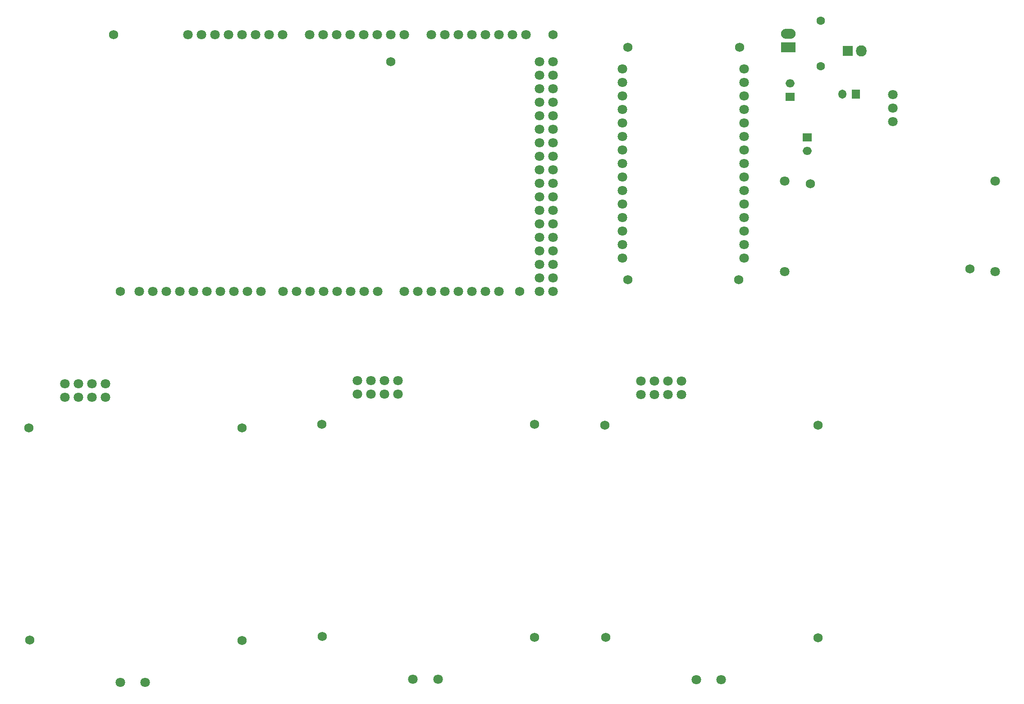
<source format=gts>
G04*
G04 #@! TF.GenerationSoftware,Altium Limited,Altium Designer,21.8.1 (53)*
G04*
G04 Layer_Color=8388736*
%FSLAX44Y44*%
%MOMM*%
G71*
G04*
G04 #@! TF.SameCoordinates,8ADACE41-6A2D-41FB-BF43-4A9E8EE8C82B*
G04*
G04*
G04 #@! TF.FilePolarity,Negative*
G04*
G01*
G75*
%ADD14R,1.9812X1.9812*%
%ADD15O,1.9812X2.1082*%
%ADD16R,1.5032X1.7032*%
%ADD17O,1.5032X1.7032*%
%ADD18R,1.7032X1.5032*%
%ADD19O,1.7032X1.5032*%
%ADD20C,1.8032*%
%ADD21C,1.7272*%
%ADD22C,1.6032*%
%ADD23R,2.7432X1.8542*%
%ADD24O,2.7432X1.8542*%
D14*
X1629410Y1252220D02*
D03*
D15*
X1654810D02*
D03*
D16*
X1644650Y1170940D02*
D03*
D17*
X1619250D02*
D03*
D18*
X1553210Y1089660D02*
D03*
X1521460Y1165860D02*
D03*
D19*
X1553210Y1064260D02*
D03*
X1521460Y1191260D02*
D03*
D20*
X1714500Y1169670D02*
D03*
Y1118870D02*
D03*
Y1144270D02*
D03*
X1906270Y836930D02*
D03*
Y1007110D02*
D03*
X1511300Y836930D02*
D03*
Y1007110D02*
D03*
X262890Y64770D02*
D03*
X158750Y626110D02*
D03*
Y600710D02*
D03*
X234950D02*
D03*
X209550D02*
D03*
X184150D02*
D03*
X234950Y626110D02*
D03*
X209550D02*
D03*
X184150D02*
D03*
X309880Y64770D02*
D03*
X812800Y71120D02*
D03*
X708660Y632460D02*
D03*
Y607060D02*
D03*
X784860D02*
D03*
X759460D02*
D03*
X734060D02*
D03*
X784860Y632460D02*
D03*
X759460D02*
D03*
X734060D02*
D03*
X859790Y71120D02*
D03*
X323850Y800100D02*
D03*
X349250D02*
D03*
X374650D02*
D03*
X400050D02*
D03*
X425450D02*
D03*
X450850D02*
D03*
X476250D02*
D03*
X501650D02*
D03*
X527050D02*
D03*
X389890Y1282700D02*
D03*
X847090D02*
D03*
X1050290Y800100D02*
D03*
X796290D02*
D03*
X568960D02*
D03*
X298450D02*
D03*
X415290Y1282700D02*
D03*
X440690D02*
D03*
X466090D02*
D03*
X491490D02*
D03*
X516890D02*
D03*
X542290D02*
D03*
X567690D02*
D03*
X643890D02*
D03*
X669290D02*
D03*
X694690D02*
D03*
X720090D02*
D03*
X745490D02*
D03*
X770890D02*
D03*
X796290D02*
D03*
X872490D02*
D03*
X897890D02*
D03*
X923290D02*
D03*
X948690D02*
D03*
X974090D02*
D03*
X999490D02*
D03*
X1024890D02*
D03*
X618490D02*
D03*
X1050290Y1231900D02*
D03*
X1075690D02*
D03*
X974090Y800100D02*
D03*
X948690D02*
D03*
X923290D02*
D03*
X897890D02*
D03*
X872490D02*
D03*
X847090D02*
D03*
X821690D02*
D03*
X746760D02*
D03*
X721360D02*
D03*
X695960D02*
D03*
X670560D02*
D03*
X645160D02*
D03*
X619760D02*
D03*
X594360D02*
D03*
X1075690Y1206500D02*
D03*
Y1181100D02*
D03*
Y1155700D02*
D03*
Y1130300D02*
D03*
Y1104900D02*
D03*
Y1079500D02*
D03*
Y1054100D02*
D03*
Y1028700D02*
D03*
Y1003300D02*
D03*
Y977900D02*
D03*
Y952500D02*
D03*
Y927100D02*
D03*
Y901700D02*
D03*
Y876300D02*
D03*
Y850900D02*
D03*
Y825500D02*
D03*
Y800100D02*
D03*
X1050290Y1206500D02*
D03*
Y1181100D02*
D03*
Y1155700D02*
D03*
Y1130300D02*
D03*
Y1104900D02*
D03*
Y1079500D02*
D03*
Y1054100D02*
D03*
Y1028700D02*
D03*
Y1003300D02*
D03*
Y977900D02*
D03*
Y952500D02*
D03*
Y927100D02*
D03*
Y901700D02*
D03*
Y876300D02*
D03*
Y850900D02*
D03*
Y825500D02*
D03*
X1344930Y69850D02*
D03*
X1240790Y631190D02*
D03*
Y605790D02*
D03*
X1316990D02*
D03*
X1291590D02*
D03*
X1266190D02*
D03*
X1316990Y631190D02*
D03*
X1291590D02*
D03*
X1266190D02*
D03*
X1391920Y69850D02*
D03*
X1206500Y1217930D02*
D03*
Y1192530D02*
D03*
Y1167130D02*
D03*
Y1141730D02*
D03*
Y1116330D02*
D03*
Y1090930D02*
D03*
Y1065530D02*
D03*
Y1040130D02*
D03*
Y1014730D02*
D03*
Y989330D02*
D03*
Y963930D02*
D03*
Y938530D02*
D03*
Y913130D02*
D03*
Y887730D02*
D03*
Y862330D02*
D03*
X1435100D02*
D03*
Y887730D02*
D03*
Y913130D02*
D03*
Y938530D02*
D03*
Y963930D02*
D03*
Y989330D02*
D03*
Y1014730D02*
D03*
Y1040130D02*
D03*
Y1065530D02*
D03*
Y1090930D02*
D03*
Y1116330D02*
D03*
Y1141730D02*
D03*
Y1167130D02*
D03*
Y1192530D02*
D03*
Y1217930D02*
D03*
D21*
X1559560Y1002030D02*
D03*
X1859280Y842010D02*
D03*
X491490Y543560D02*
D03*
X92710Y144780D02*
D03*
X91440Y543560D02*
D03*
X491490Y143510D02*
D03*
X1041400Y549910D02*
D03*
X642620Y151130D02*
D03*
X641350Y549910D02*
D03*
X1041400Y149860D02*
D03*
X262890Y800100D02*
D03*
X1013460D02*
D03*
X770890Y1231900D02*
D03*
X1075690Y1282700D02*
D03*
X250190D02*
D03*
X1573530Y548640D02*
D03*
X1174750Y149860D02*
D03*
X1173480Y548640D02*
D03*
X1573530Y148590D02*
D03*
X1424940Y821690D02*
D03*
X1426210Y1258570D02*
D03*
X1216660Y821690D02*
D03*
Y1258570D02*
D03*
D22*
X1578610Y1308481D02*
D03*
Y1222756D02*
D03*
D23*
X1517650Y1258570D02*
D03*
D24*
Y1283970D02*
D03*
M02*

</source>
